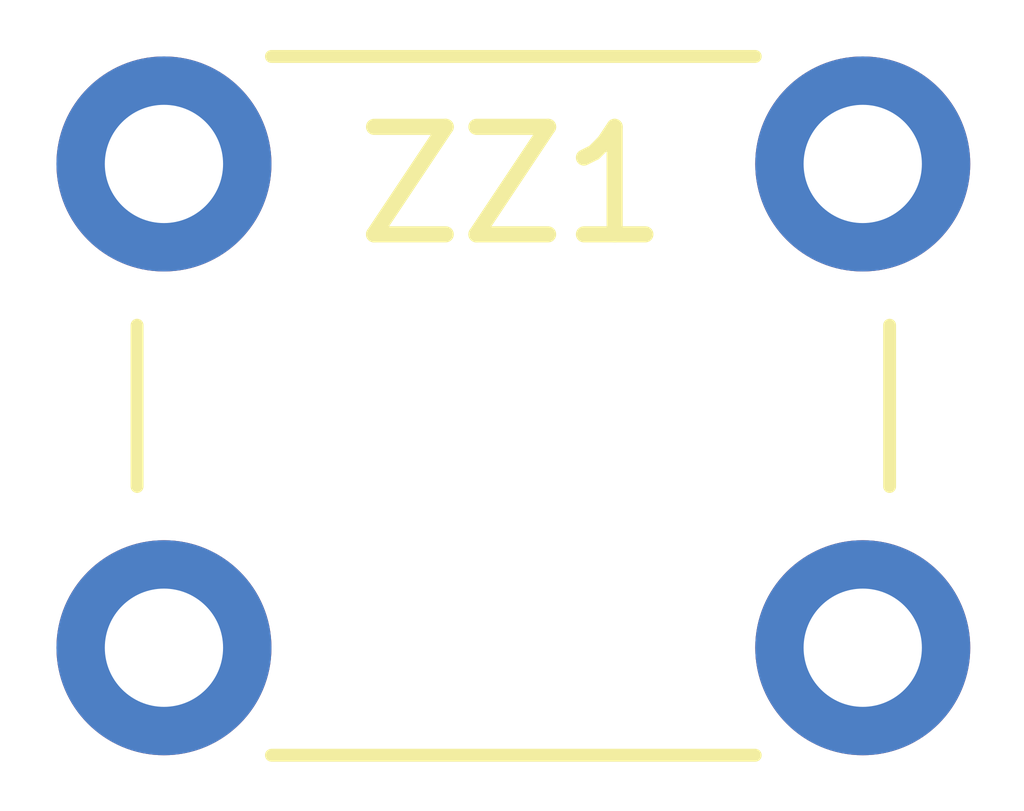
<source format=kicad_pcb>
(kicad_pcb (version 20171130) (host pcbnew "(5.1.9-0-10_14)")

  (general
    (thickness 1.6)
    (drawings 0)
    (tracks 0)
    (zones 0)
    (modules 1)
    (nets 3)
  )

  (page A4)
  (layers
    (0 F.Cu signal)
    (31 B.Cu signal)
    (32 B.Adhes user)
    (33 F.Adhes user)
    (34 B.Paste user)
    (35 F.Paste user)
    (36 B.SilkS user)
    (37 F.SilkS user)
    (38 B.Mask user)
    (39 F.Mask user)
    (40 Dwgs.User user)
    (41 Cmts.User user)
    (42 Eco1.User user)
    (43 Eco2.User user)
    (44 Edge.Cuts user)
    (45 Margin user)
    (46 B.CrtYd user hide)
    (47 F.CrtYd user hide)
    (48 B.Fab user hide)
    (49 F.Fab user hide)
  )

  (setup
    (last_trace_width 0.1524)
    (user_trace_width 0.1524)
    (user_trace_width 0.254)
    (user_trace_width 0.4064)
    (user_trace_width 0.635)
    (trace_clearance 0.1524)
    (zone_clearance 0.508)
    (zone_45_only no)
    (trace_min 0.1524)
    (via_size 0.6858)
    (via_drill 0.3048)
    (via_min_size 0.6858)
    (via_min_drill 0.3048)
    (uvia_size 0.3048)
    (uvia_drill 0.1524)
    (uvias_allowed no)
    (uvia_min_size 0.2)
    (uvia_min_drill 0.1)
    (edge_width 0.15)
    (segment_width 0.15)
    (pcb_text_width 0.3)
    (pcb_text_size 1.5 1.5)
    (mod_edge_width 0.15)
    (mod_text_size 1 1)
    (mod_text_width 0.15)
    (pad_size 1.524 1.524)
    (pad_drill 0.762)
    (pad_to_mask_clearance 0.2)
    (aux_axis_origin 0 0)
    (visible_elements FFFFFF7F)
    (pcbplotparams
      (layerselection 0x010fc_ffffffff)
      (usegerberextensions false)
      (usegerberattributes false)
      (usegerberadvancedattributes false)
      (creategerberjobfile false)
      (excludeedgelayer true)
      (linewidth 0.100000)
      (plotframeref false)
      (viasonmask false)
      (mode 1)
      (useauxorigin false)
      (hpglpennumber 1)
      (hpglpenspeed 20)
      (hpglpendiameter 15.000000)
      (psnegative false)
      (psa4output false)
      (plotreference true)
      (plotvalue true)
      (plotinvisibletext false)
      (padsonsilk false)
      (subtractmaskfromsilk false)
      (outputformat 1)
      (mirror false)
      (drillshape 1)
      (scaleselection 1)
      (outputdirectory ""))
  )

  (net 0 "")
  (net 1 +3V3)
  (net 2 "Net-(Pin0-Pad1)")

  (net_class Default "This is the default net class."
    (clearance 0.1524)
    (trace_width 0.1524)
    (via_dia 0.6858)
    (via_drill 0.3048)
    (uvia_dia 0.3048)
    (uvia_drill 0.1524)
    (diff_pair_width 0.1524)
    (diff_pair_gap 0.1524)
    (add_net +3V3)
    (add_net "Net-(Pin0-Pad1)")
  )

  (module Button_Switch_THT:SW_PUSH_6mm_H7.3mm locked (layer F.Cu) (tedit 5A02FE31) (tstamp 608AD239)
    (at -3.25 -2.25)
    (descr "tactile push button, 6x6mm e.g. PHAP33xx series, height=7.3mm")
    (tags "tact sw push 6mm")
    (path /5FD27819)
    (fp_text reference ZZ1 (at 3.24 0.2) (layer F.SilkS)
      (effects (font (size 1 1) (thickness 0.15)))
    )
    (fp_text value SW_Push_Dual (at 3.75 6.7) (layer F.Fab)
      (effects (font (size 1 1) (thickness 0.15)))
    )
    (fp_line (start 3.25 -0.75) (end 6.25 -0.75) (layer F.Fab) (width 0.1))
    (fp_line (start 6.25 -0.75) (end 6.25 5.25) (layer F.Fab) (width 0.1))
    (fp_line (start 6.25 5.25) (end 0.25 5.25) (layer F.Fab) (width 0.1))
    (fp_line (start 0.25 5.25) (end 0.25 -0.75) (layer F.Fab) (width 0.1))
    (fp_line (start 0.25 -0.75) (end 3.25 -0.75) (layer F.Fab) (width 0.1))
    (fp_line (start 7.75 6) (end 8 6) (layer F.CrtYd) (width 0.05))
    (fp_line (start 8 6) (end 8 5.75) (layer F.CrtYd) (width 0.05))
    (fp_line (start 7.75 -1.5) (end 8 -1.5) (layer F.CrtYd) (width 0.05))
    (fp_line (start 8 -1.5) (end 8 -1.25) (layer F.CrtYd) (width 0.05))
    (fp_line (start -1.5 -1.25) (end -1.5 -1.5) (layer F.CrtYd) (width 0.05))
    (fp_line (start -1.5 -1.5) (end -1.25 -1.5) (layer F.CrtYd) (width 0.05))
    (fp_line (start -1.5 5.75) (end -1.5 6) (layer F.CrtYd) (width 0.05))
    (fp_line (start -1.5 6) (end -1.25 6) (layer F.CrtYd) (width 0.05))
    (fp_line (start -1.25 -1.5) (end 7.75 -1.5) (layer F.CrtYd) (width 0.05))
    (fp_line (start -1.5 5.75) (end -1.5 -1.25) (layer F.CrtYd) (width 0.05))
    (fp_line (start 7.75 6) (end -1.25 6) (layer F.CrtYd) (width 0.05))
    (fp_line (start 8 -1.25) (end 8 5.75) (layer F.CrtYd) (width 0.05))
    (fp_line (start 1 5.5) (end 5.5 5.5) (layer F.SilkS) (width 0.12))
    (fp_line (start -0.25 1.5) (end -0.25 3) (layer F.SilkS) (width 0.12))
    (fp_line (start 5.5 -1) (end 1 -1) (layer F.SilkS) (width 0.12))
    (fp_line (start 6.75 3) (end 6.75 1.5) (layer F.SilkS) (width 0.12))
    (fp_circle (center 3.25 2.25) (end 1.25 2.5) (layer F.Fab) (width 0.1))
    (fp_text user %R (at 3.25 2.25) (layer F.Fab)
      (effects (font (size 1 1) (thickness 0.15)))
    )
    (pad 2 thru_hole circle (at 0 4.5 90) (size 2 2) (drill 1.1) (layers *.Cu *.Mask)
      (net 2 "Net-(Pin0-Pad1)"))
    (pad 1 thru_hole circle (at 0 0 90) (size 2 2) (drill 1.1) (layers *.Cu *.Mask)
      (net 1 +3V3))
    (pad 2 thru_hole circle (at 6.5 4.5 90) (size 2 2) (drill 1.1) (layers *.Cu *.Mask)
      (net 2 "Net-(Pin0-Pad1)"))
    (pad 1 thru_hole circle (at 6.5 0 90) (size 2 2) (drill 1.1) (layers *.Cu *.Mask)
      (net 1 +3V3))
    (model ${KISYS3DMOD}/Button_Switch_THT.3dshapes/SW_PUSH_6mm_H7.3mm.wrl
      (at (xyz 0 0 0))
      (scale (xyz 1 1 1))
      (rotate (xyz 0 0 0))
    )
  )

)

</source>
